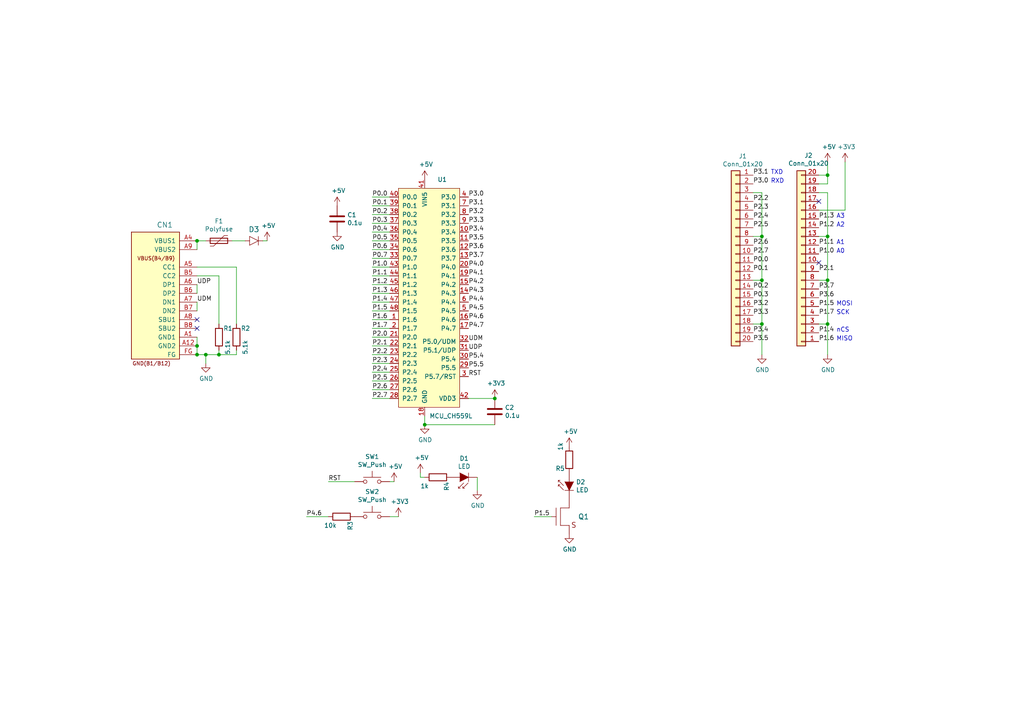
<source format=kicad_sch>
(kicad_sch (version 20211123) (generator eeschema)
  (paper "A4")
  (lib_symbols
    (symbol "Connector_Generic:Conn_01x20" (pin_names (offset 1.016) hide)
      (property "Reference" "J" (at 0 25.4 0))
      (property "Value" "Conn_01x20" (at 0 -27.94 0))
      (symbol "Conn_01x20_1_1"
        (rectangle (start -1.27 -25.273) (end 0 -25.527) (stroke (width 0.1524)))
        (rectangle (start -1.27 -22.733) (end 0 -22.987) (stroke (width 0.1524)))
        (rectangle (start -1.27 -20.193) (end 0 -20.447) (stroke (width 0.1524)))
        (rectangle (start -1.27 -17.653) (end 0 -17.907) (stroke (width 0.1524)))
        (rectangle (start -1.27 -15.113) (end 0 -15.367) (stroke (width 0.1524)))
        (rectangle (start -1.27 -12.573) (end 0 -12.827) (stroke (width 0.1524)))
        (rectangle (start -1.27 -10.033) (end 0 -10.287) (stroke (width 0.1524)))
        (rectangle (start -1.27 -7.493) (end 0 -7.747) (stroke (width 0.1524)))
        (rectangle (start -1.27 -4.953) (end 0 -5.207) (stroke (width 0.1524)))
        (rectangle (start -1.27 -2.413) (end 0 -2.667) (stroke (width 0.1524)))
        (rectangle (start -1.27 0.127) (end 0 -0.127) (stroke (width 0.1524)))
        (rectangle (start -1.27 2.667) (end 0 2.413) (stroke (width 0.1524)))
        (rectangle (start -1.27 5.207) (end 0 4.953) (stroke (width 0.1524)))
        (rectangle (start -1.27 7.747) (end 0 7.493) (stroke (width 0.1524)))
        (rectangle (start -1.27 10.287) (end 0 10.033) (stroke (width 0.1524)))
        (rectangle (start -1.27 12.827) (end 0 12.573) (stroke (width 0.1524)))
        (rectangle (start -1.27 15.367) (end 0 15.113) (stroke (width 0.1524)))
        (rectangle (start -1.27 17.907) (end 0 17.653) (stroke (width 0.1524)))
        (rectangle (start -1.27 20.447) (end 0 20.193) (stroke (width 0.1524)))
        (rectangle (start -1.27 22.987) (end 0 22.733) (stroke (width 0.1524)))
        (rectangle (start -1.27 24.13) (end 1.27 -26.67) (stroke (width 0.254)) (fill (type background)))
        (pin passive line (at -5.08 22.86 0) (length 3.81) (name "Pin_1") (number "1"))
        (pin passive line (at -5.08 0 0) (length 3.81) (name "Pin_10") (number "10"))
        (pin passive line (at -5.08 -2.54 0) (length 3.81) (name "Pin_11") (number "11"))
        (pin passive line (at -5.08 -5.08 0) (length 3.81) (name "Pin_12") (number "12"))
        (pin passive line (at -5.08 -7.62 0) (length 3.81) (name "Pin_13") (number "13"))
        (pin passive line (at -5.08 -10.16 0) (length 3.81) (name "Pin_14") (number "14"))
        (pin passive line (at -5.08 -12.7 0) (length 3.81) (name "Pin_15") (number "15"))
        (pin passive line (at -5.08 -15.24 0) (length 3.81) (name "Pin_16") (number "16"))
        (pin passive line (at -5.08 -17.78 0) (length 3.81) (name "Pin_17") (number "17"))
        (pin passive line (at -5.08 -20.32 0) (length 3.81) (name "Pin_18") (number "18"))
        (pin passive line (at -5.08 -22.86 0) (length 3.81) (name "Pin_19") (number "19"))
        (pin passive line (at -5.08 20.32 0) (length 3.81) (name "Pin_2") (number "2"))
        (pin passive line (at -5.08 -25.4 0) (length 3.81) (name "Pin_20") (number "20"))
        (pin passive line (at -5.08 17.78 0) (length 3.81) (name "Pin_3") (number "3"))
        (pin passive line (at -5.08 15.24 0) (length 3.81) (name "Pin_4") (number "4"))
        (pin passive line (at -5.08 12.7 0) (length 3.81) (name "Pin_5") (number "5"))
        (pin passive line (at -5.08 10.16 0) (length 3.81) (name "Pin_6") (number "6"))
        (pin passive line (at -5.08 7.62 0) (length 3.81) (name "Pin_7") (number "7"))
        (pin passive line (at -5.08 5.08 0) (length 3.81) (name "Pin_8") (number "8"))
        (pin passive line (at -5.08 2.54 0) (length 3.81) (name "Pin_9") (number "9"))
      )
    )
    (symbol "Device:C" (pin_numbers hide) (pin_names (offset 0.254))
      (property "Reference" "C" (at 0.635 2.54 0))
      (property "Value" "C" (at 0.635 -2.54 0))
      (symbol "C_0_1"
        (polyline (pts (xy -2.032 -0.762) (xy 2.032 -0.762)) (stroke (width 0.508)))
        (polyline (pts (xy -2.032 0.762) (xy 2.032 0.762)) (stroke (width 0.508)))
      )
      (symbol "C_1_1"
        (pin passive line (at 0 3.81 270) (length 2.794) (name "~") (number "1"))
        (pin passive line (at 0 -3.81 90) (length 2.794) (name "~") (number "2"))
      )
    )
    (symbol "Device:Polyfuse" (pin_numbers hide) (pin_names (offset 0))
      (property "Reference" "F" (at -2.54 0 90))
      (property "Value" "Polyfuse" (at 2.54 0 90))
      (symbol "Polyfuse_0_1"
        (rectangle (start -0.762 2.54) (end 0.762 -2.54) (stroke (width 0.254)))
        (polyline (pts (xy 0 2.54) (xy 0 -2.54)))
        (polyline (pts (xy -1.524 2.54) (xy -1.524 1.524) (xy 1.524 -1.524) (xy 1.524 -2.54)))
      )
      (symbol "Polyfuse_1_1"
        (pin passive line (at 0 3.81 270) (length 1.27) (name "~") (number "1"))
        (pin passive line (at 0 -3.81 90) (length 1.27) (name "~") (number "2"))
      )
    )
    (symbol "Device:R" (pin_numbers hide) (pin_names (offset 0))
      (property "Reference" "R" (at 2.032 0 90))
      (property "Value" "R" (at 0 0 90))
      (symbol "R_0_1"
        (rectangle (start -1.016 -2.54) (end 1.016 2.54) (stroke (width 0.254)))
      )
      (symbol "R_1_1"
        (pin passive line (at 0 3.81 270) (length 1.27) (name "~") (number "1"))
        (pin passive line (at 0 -3.81 90) (length 1.27) (name "~") (number "2"))
      )
    )
    (symbol "Switch:SW_Push" (pin_numbers hide) (pin_names (offset 1.016) hide)
      (property "Reference" "SW" (at 1.27 2.54 0))
      (property "Value" "SW_Push" (at 0 -1.524 0))
      (symbol "SW_Push_0_1"
        (circle (center -2.032 0) (radius 0.508))
        (polyline (pts (xy 0 1.27) (xy 0 3.048)))
        (polyline (pts (xy 2.54 1.27) (xy -2.54 1.27)))
        (circle (center 2.032 0) (radius 0.508))
        (pin passive line (at -5.08 0 0) (length 2.54) (name "1") (number "1"))
        (pin passive line (at 5.08 0 180) (length 2.54) (name "2") (number "2"))
      )
    )
    (symbol "akita:CON_USB-C-16" (pin_names (offset 1.016))
      (property "Reference" "CN" (at -7.62 20.32 0))
      (symbol "CON_USB-C-16_1_0"
        (text "GND(B1/B12)" (at -5.08 -17.78 0) (effects (font (size 1.0668 1.0668)) (justify left)))
        (text "VBUS(B4/B9)" (at -6.35 12.7 0) (effects (font (size 1.0668 1.0668)) (justify left)))
        (pin bidirectional line (at -12.7 -10.16 0) (length 5.08) (name "GND1") (number "A1"))
        (pin bidirectional line (at -12.7 -12.7 0) (length 5.08) (name "GND2") (number "A12"))
        (pin bidirectional line (at -12.7 17.78 0) (length 5.08) (name "VBUS1") (number "A4"))
        (pin bidirectional line (at -12.7 10.16 0) (length 5.08) (name "CC1") (number "A5"))
        (pin bidirectional line (at -12.7 5.08 0) (length 5.08) (name "DP1") (number "A6"))
        (pin bidirectional line (at -12.7 0 0) (length 5.08) (name "DN1") (number "A7"))
        (pin bidirectional line (at -12.7 -5.08 0) (length 5.08) (name "SBU1") (number "A8"))
        (pin bidirectional line (at -12.7 15.24 0) (length 5.08) (name "VBUS2") (number "A9"))
        (pin bidirectional line (at -12.7 7.62 0) (length 5.08) (name "CC2") (number "B5"))
        (pin bidirectional line (at -12.7 2.54 0) (length 5.08) (name "DP2") (number "B6"))
        (pin bidirectional line (at -12.7 -2.54 0) (length 5.08) (name "DN2") (number "B7"))
        (pin bidirectional line (at -12.7 -7.62 0) (length 5.08) (name "SBU2") (number "B8"))
      )
      (symbol "CON_USB-C-16_1_1"
        (rectangle (start -7.62 20.32) (end 6.35 -16.51) (stroke (width 0.2032)) (fill (type background)))
        (pin power_in line (at -12.7 -15.24 0) (length 5.08) (name "FG") (number "FG"))
      )
    )
    (symbol "akita:DIODE" (pin_names (offset 1.016))
      (property "Reference" "D" (at -2.54 2.54 0))
      (symbol "DIODE_1_0"
        (polyline (pts (xy -2.54 0) (xy -1.27 0)))
        (polyline (pts (xy -1.27 -1.27) (xy 1.27 0)))
        (polyline (pts (xy -1.27 0) (xy -1.27 -1.27)))
        (polyline (pts (xy -1.27 1.27) (xy -1.27 0)))
        (polyline (pts (xy 1.27 0) (xy -1.27 1.27)))
        (polyline (pts (xy 1.27 0) (xy 1.27 -1.27)))
        (polyline (pts (xy 1.27 1.27) (xy 1.27 0)))
        (polyline (pts (xy 2.54 0) (xy 1.27 0)))
        (pin passive line (at -2.54 0 0) (length 0) (name "A") (number "A"))
        (pin passive line (at 2.54 0 180) (length 0) (name "K") (number "K"))
      )
    )
    (symbol "akita:LED" (pin_numbers hide) (pin_names (offset 1.016) hide)
      (property "Reference" "D" (at 0.508 1.778 0))
      (property "Value" "LED" (at -1.016 -2.794 0))
      (symbol "LED_0_1"
        (polyline (pts (xy -2.54 1.27) (xy -2.54 -1.27)) (stroke (width 0.1524)))
        (polyline (pts (xy 0.381 3.175) (xy -0.127 3.175)))
        (polyline (pts (xy -1.143 1.651) (xy 0.381 3.175) (xy 0.381 2.667)))
        (polyline (pts (xy 0 1.27) (xy -2.54 0) (xy 0 -1.27)) (fill (type outline)))
        (polyline (pts (xy -2.413 1.651) (xy -0.889 3.175) (xy -0.889 2.667) (xy -0.889 3.175) (xy -1.397 3.175)))
      )
      (symbol "LED_1_1"
        (pin passive line (at -5.08 0 0) (length 2.54) (name "K") (number "1"))
        (pin passive line (at 2.54 0 180) (length 2.54) (name "A") (number "2"))
      )
    )
    (symbol "akita:MCU_CH559L" (pin_names (offset 1.016))
      (property "Reference" "U" (at 3.81 31.75 0))
      (property "Value" "MCU_CH559L" (at 7.62 -31.75 0))
      (symbol "MCU_CH559L_0_1"
        (rectangle (start -7.62 30.48) (end 10.16 -33.02) (fill (type background)))
      )
      (symbol "MCU_CH559L_1_1"
        (pin input line (at -10.16 -7.62 0) (length 2.54) (name "P1.6") (number "1"))
        (pin input line (at 12.7 17.78 180) (length 2.54) (name "P3.4") (number "10"))
        (pin input line (at 12.7 15.24 180) (length 2.54) (name "P3.5") (number "11"))
        (pin input line (at 12.7 12.7 180) (length 2.54) (name "P3.6") (number "12"))
        (pin input line (at 12.7 10.16 180) (length 2.54) (name "P3.7") (number "13"))
        (pin input line (at 12.7 0 180) (length 2.54) (name "P4.3") (number "14"))
        (pin input line (at 12.7 2.54 180) (length 2.54) (name "P4.2") (number "15"))
        (pin input line (at 12.7 -7.62 180) (length 2.54) (name "P4.6") (number "16"))
        (pin input line (at 12.7 -10.16 180) (length 2.54) (name "P4.7") (number "17"))
        (pin power_in line (at 0 -35.56 90) (length 2.54) (name "GND") (number "18"))
        (pin input line (at 12.7 5.08 180) (length 2.54) (name "P4.1") (number "19"))
        (pin input line (at -10.16 -10.16 0) (length 2.54) (name "P1.7") (number "2"))
        (pin input line (at 12.7 7.62 180) (length 2.54) (name "P4.0") (number "20"))
        (pin input line (at -10.16 -12.7 0) (length 2.54) (name "P2.0") (number "21"))
        (pin input line (at -10.16 -15.24 0) (length 2.54) (name "P2.1") (number "22"))
        (pin input line (at -10.16 -17.78 0) (length 2.54) (name "P2.2") (number "23"))
        (pin input line (at -10.16 -20.32 0) (length 2.54) (name "P2.3") (number "24"))
        (pin input line (at -10.16 -22.86 0) (length 2.54) (name "P2.4") (number "25"))
        (pin input line (at -10.16 -25.4 0) (length 2.54) (name "P2.5") (number "26"))
        (pin input line (at -10.16 -27.94 0) (length 2.54) (name "P2.6") (number "27"))
        (pin input line (at -10.16 -30.48 0) (length 2.54) (name "P2.7") (number "28"))
        (pin input line (at 12.7 -21.59 180) (length 2.54) (name "P5.5") (number "29"))
        (pin input line (at 12.7 -24.13 180) (length 2.54) (name "P5.7/RST") (number "3"))
        (pin input line (at 12.7 -19.05 180) (length 2.54) (name "P5.4") (number "30"))
        (pin input line (at 12.7 -16.51 180) (length 2.54) (name "P5.1/UDP") (number "31"))
        (pin input line (at 12.7 -13.97 180) (length 2.54) (name "P5.0/UDM") (number "32"))
        (pin input line (at -10.16 10.16 0) (length 2.54) (name "P0.7") (number "33"))
        (pin input line (at -10.16 12.7 0) (length 2.54) (name "P0.6") (number "34"))
        (pin input line (at -10.16 15.24 0) (length 2.54) (name "P0.5") (number "35"))
        (pin input line (at -10.16 17.78 0) (length 2.54) (name "P0.4") (number "36"))
        (pin input line (at -10.16 20.32 0) (length 2.54) (name "P0.3") (number "37"))
        (pin input line (at -10.16 22.86 0) (length 2.54) (name "P0.2") (number "38"))
        (pin input line (at -10.16 25.4 0) (length 2.54) (name "P0.1") (number "39"))
        (pin input line (at 12.7 27.94 180) (length 2.54) (name "P3.0") (number "4"))
        (pin input line (at -10.16 27.94 0) (length 2.54) (name "P0.0") (number "40"))
        (pin power_in line (at 0 33.02 270) (length 2.54) (name "VIN5") (number "41"))
        (pin power_out line (at 12.7 -30.48 180) (length 2.54) (name "VDD3") (number "42"))
        (pin input line (at -10.16 7.62 0) (length 2.54) (name "P1.0") (number "43"))
        (pin input line (at -10.16 5.08 0) (length 2.54) (name "P1.1") (number "44"))
        (pin input line (at -10.16 2.54 0) (length 2.54) (name "P1.2") (number "45"))
        (pin input line (at -10.16 0 0) (length 2.54) (name "P1.3") (number "46"))
        (pin input line (at -10.16 -2.54 0) (length 2.54) (name "P1.4") (number "47"))
        (pin input line (at -10.16 -5.08 0) (length 2.54) (name "P1.5") (number "48"))
        (pin input line (at 12.7 -5.08 180) (length 2.54) (name "P4.5") (number "5"))
        (pin input line (at 12.7 -2.54 180) (length 2.54) (name "P4.4") (number "6"))
        (pin input line (at 12.7 25.4 180) (length 2.54) (name "P3.1") (number "7"))
        (pin input line (at 12.7 22.86 180) (length 2.54) (name "P3.2") (number "8"))
        (pin input line (at 12.7 20.32 180) (length 2.54) (name "P3.3") (number "9"))
      )
    )
    (symbol "akita:TR_NMOS_IRLML6344" (pin_names (offset 1.016))
      (property "Reference" "Q" (at 3.048 0.508 0))
      (symbol "TR_NMOS_IRLML6344_1_0"
        (polyline (pts (xy -2.54 0) (xy -1.27 0)))
        (polyline (pts (xy -1.27 2.54) (xy -1.27 -2.54)))
        (polyline (pts (xy 0 -2.54) (xy 2.54 -2.54)))
        (polyline (pts (xy 0 2.54) (xy 0 -2.54)))
        (polyline (pts (xy 2.54 2.54) (xy 0 2.54)))
        (text "S" (at 3.048 -3.302 0) (effects (font (size 1.4986 1.4986)) (justify left bottom)))
        (pin bidirectional line (at -2.54 0 0) (length 0) (name "G") (number "1"))
        (pin bidirectional line (at 2.54 -5.08 90) (length 2.54) (name "S") (number "2"))
        (pin bidirectional line (at 2.54 5.08 270) (length 2.54) (name "D") (number "3"))
      )
    )
    (symbol "power:+3V3" (power) (pin_names (offset 0))
      (property "Value" "+3V3" (at 0 3.556 0))
      (symbol "+3V3_0_1"
        (polyline (pts (xy -0.762 1.27) (xy 0 2.54)))
        (polyline (pts (xy 0 0) (xy 0 2.54)))
        (polyline (pts (xy 0 2.54) (xy 0.762 1.27)))
      )
      (symbol "+3V3_1_1"
        (pin power_in line (at 0 0 90) (length 0) hide (name "+3V3") (number "1"))
      )
    )
    (symbol "power:+5V" (power) (pin_names (offset 0))
      (property "Value" "+5V" (at 0 3.556 0))
      (symbol "+5V_0_1"
        (polyline (pts (xy -0.762 1.27) (xy 0 2.54)))
        (polyline (pts (xy 0 0) (xy 0 2.54)))
        (polyline (pts (xy 0 2.54) (xy 0.762 1.27)))
      )
      (symbol "+5V_1_1"
        (pin power_in line (at 0 0 90) (length 0) hide (name "+5V") (number "1"))
      )
    )
    (symbol "power:GND" (power) (pin_names (offset 0))
      (property "Value" "GND" (at 0 -3.81 0))
      (symbol "GND_0_1"
        (polyline (pts (xy 0 0) (xy 0 -1.27) (xy 1.27 -1.27) (xy 0 -2.54) (xy -1.27 -1.27) (xy 0 -1.27)))
      )
      (symbol "GND_1_1"
        (pin power_in line (at 0 0 270) (length 0) hide (name "GND") (number "1"))
      )
    )
  )
  (junction (at 63.5 102.87))
  (junction (at 220.98 81.28))
  (junction (at 220.98 93.98))
  (junction (at 240.03 68.58))
  (junction (at 220.98 68.58))
  (junction (at 57.15 69.85))
  (junction (at 57.15 102.87))
  (junction (at 240.03 81.28))
  (junction (at 59.69 102.87))
  (junction (at 240.03 93.98))
  (junction (at 143.51 115.57))
  (junction (at 123.19 123.19))
  (junction (at 57.15 100.33))
  (junction (at 240.03 50.8))
  (no_connect (at 57.15 95.25))
  (no_connect (at 237.49 58.42))
  (no_connect (at 57.15 92.71))
  (no_connect (at 237.49 76.2))
  (wire (pts (xy 63.5 102.87) (xy 68.58 102.87)))
  (wire (pts (xy 76.2 69.85) (xy 77.47 69.85)))
  (wire (pts (xy 237.49 50.8) (xy 240.03 50.8)))
  (wire (pts (xy 240.03 53.34) (xy 240.03 50.8)))
  (wire (pts (xy 113.03 82.55) (xy 107.95 82.55)))
  (wire (pts (xy 135.89 115.57) (xy 143.51 115.57)))
  (wire (pts (xy 107.95 59.69) (xy 113.03 59.69)))
  (wire (pts (xy 107.95 85.09) (xy 113.03 85.09)))
  (wire (pts (xy 220.98 68.58) (xy 220.98 81.28)))
  (wire (pts (xy 240.03 55.88) (xy 240.03 68.58)))
  (wire (pts (xy 113.03 87.63) (xy 107.95 87.63)))
  (wire (pts (xy 237.49 55.88) (xy 240.03 55.88)))
  (wire (pts (xy 107.95 105.41) (xy 113.03 105.41)))
  (wire (pts (xy 59.69 105.41) (xy 59.69 102.87)))
  (wire (pts (xy 57.15 77.47) (xy 68.58 77.47)))
  (wire (pts (xy 107.95 64.77) (xy 113.03 64.77)))
  (wire (pts (xy 57.15 90.17) (xy 57.15 87.63)))
  (wire (pts (xy 240.03 50.8) (xy 240.03 46.99)))
  (wire (pts (xy 107.95 115.57) (xy 113.03 115.57)))
  (wire (pts (xy 63.5 102.87) (xy 63.5 101.6)))
  (wire (pts (xy 63.5 80.01) (xy 63.5 93.98)))
  (wire (pts (xy 218.44 93.98) (xy 220.98 93.98)))
  (wire (pts (xy 240.03 68.58) (xy 240.03 81.28)))
  (wire (pts (xy 218.44 68.58) (xy 220.98 68.58)))
  (wire (pts (xy 220.98 93.98) (xy 220.98 102.87)))
  (wire (pts (xy 102.87 139.7) (xy 95.25 139.7)))
  (wire (pts (xy 113.03 62.23) (xy 107.95 62.23)))
  (wire (pts (xy 59.69 69.85) (xy 57.15 69.85)))
  (wire (pts (xy 107.95 100.33) (xy 113.03 100.33)))
  (wire (pts (xy 113.03 72.39) (xy 107.95 72.39)))
  (wire (pts (xy 113.03 102.87) (xy 107.95 102.87)))
  (wire (pts (xy 68.58 77.47) (xy 68.58 93.98)))
  (wire (pts (xy 220.98 55.88) (xy 220.98 68.58)))
  (wire (pts (xy 113.03 139.7) (xy 114.3 139.7)))
  (wire (pts (xy 113.03 67.31) (xy 107.95 67.31)))
  (wire (pts (xy 113.03 107.95) (xy 107.95 107.95)))
  (wire (pts (xy 113.03 77.47) (xy 107.95 77.47)))
  (wire (pts (xy 57.15 80.01) (xy 63.5 80.01)))
  (wire (pts (xy 123.19 123.19) (xy 143.51 123.19)))
  (wire (pts (xy 113.03 149.86) (xy 115.57 149.86)))
  (wire (pts (xy 107.95 95.25) (xy 113.03 95.25)))
  (wire (pts (xy 218.44 81.28) (xy 220.98 81.28)))
  (wire (pts (xy 113.03 97.79) (xy 107.95 97.79)))
  (wire (pts (xy 57.15 72.39) (xy 57.15 69.85)))
  (wire (pts (xy 218.44 55.88) (xy 220.98 55.88)))
  (wire (pts (xy 220.98 81.28) (xy 220.98 93.98)))
  (wire (pts (xy 245.11 60.96) (xy 245.11 46.99)))
  (wire (pts (xy 113.03 92.71) (xy 107.95 92.71)))
  (wire (pts (xy 138.43 142.24) (xy 138.43 138.43)))
  (wire (pts (xy 237.49 60.96) (xy 245.11 60.96)))
  (wire (pts (xy 240.03 81.28) (xy 240.03 93.98)))
  (wire (pts (xy 237.49 53.34) (xy 240.03 53.34)))
  (wire (pts (xy 68.58 102.87) (xy 68.58 101.6)))
  (wire (pts (xy 107.95 110.49) (xy 113.03 110.49)))
  (wire (pts (xy 95.25 149.86) (xy 88.9 149.86)))
  (wire (pts (xy 107.95 74.93) (xy 113.03 74.93)))
  (wire (pts (xy 57.15 85.09) (xy 57.15 82.55)))
  (wire (pts (xy 237.49 68.58) (xy 240.03 68.58)))
  (wire (pts (xy 237.49 93.98) (xy 240.03 93.98)))
  (wire (pts (xy 107.95 90.17) (xy 113.03 90.17)))
  (wire (pts (xy 240.03 93.98) (xy 240.03 102.87)))
  (wire (pts (xy 57.15 100.33) (xy 57.15 102.87)))
  (wire (pts (xy 107.95 69.85) (xy 113.03 69.85)))
  (wire (pts (xy 113.03 113.03) (xy 107.95 113.03)))
  (wire (pts (xy 59.69 102.87) (xy 63.5 102.87)))
  (wire (pts (xy 67.31 69.85) (xy 71.12 69.85)))
  (wire (pts (xy 57.15 97.79) (xy 57.15 100.33)))
  (wire (pts (xy 237.49 81.28) (xy 240.03 81.28)))
  (wire (pts (xy 107.95 80.01) (xy 113.03 80.01)))
  (wire (pts (xy 160.02 149.86) (xy 154.94 149.86)))
  (wire (pts (xy 123.19 123.19) (xy 123.19 120.65)))
  (wire (pts (xy 123.19 138.43) (xy 121.92 138.43)))
  (wire (pts (xy 121.92 138.43) (xy 121.92 137.16)))
  (wire (pts (xy 113.03 57.15) (xy 107.95 57.15)))
  (wire (pts (xy 57.15 102.87) (xy 59.69 102.87)))
  (text "RXD\n" (at 223.52 53.34 0) (effects (font (size 1.27 1.27)) (justify left bottom)))
  (text "SCK" (at 242.57 91.44 0) (effects (font (size 1.27 1.27)) (justify left bottom)))
  (text "A3" (at 242.57 63.5 0) (effects (font (size 1.27 1.27)) (justify left bottom)))
  (text "A1" (at 242.57 71.12 0) (effects (font (size 1.27 1.27)) (justify left bottom)))
  (text "MOSI" (at 242.57 88.9 0) (effects (font (size 1.27 1.27)) (justify left bottom)))
  (text "nCS" (at 242.57 96.52 0) (effects (font (size 1.27 1.27)) (justify left bottom)))
  (text "A0" (at 242.57 73.66 0) (effects (font (size 1.27 1.27)) (justify left bottom)))
  (text "A2" (at 242.57 66.04 0) (effects (font (size 1.27 1.27)) (justify left bottom)))
  (text "MISO" (at 242.57 99.06 0) (effects (font (size 1.27 1.27)) (justify left bottom)))
  (text "TXD" (at 223.52 50.8 0) (effects (font (size 1.27 1.27)) (justify left bottom)))
  (label "P3.3" (at 218.44 91.44 0))
  (label "P0.4" (at 107.95 67.31 0))
  (label "RST" (at 95.25 139.7 0))
  (label "P1.2" (at 237.49 66.04 0))
  (label "P1.5" (at 107.95 90.17 0))
  (label "P2.3" (at 107.95 105.41 0))
  (label "P2.4" (at 218.44 63.5 0))
  (label "P1.0" (at 107.95 77.47 0))
  (label "P4.3" (at 135.89 85.09 0))
  (label "P1.1" (at 107.95 80.01 0))
  (label "P1.6" (at 237.49 99.06 0))
  (label "UDP" (at 57.15 82.55 0))
  (label "P3.0" (at 135.89 57.15 0))
  (label "P0.5" (at 107.95 69.85 0))
  (label "P1.2" (at 107.95 82.55 0))
  (label "P2.5" (at 107.95 110.49 0))
  (label "UDM" (at 135.89 99.06 0))
  (label "P0.3" (at 218.44 86.36 0))
  (label "P3.3" (at 135.89 64.77 0))
  (label "P4.6" (at 88.9 149.86 0))
  (label "P3.2" (at 135.89 62.23 0))
  (label "UDM" (at 57.15 87.63 0))
  (label "P1.4" (at 107.95 87.63 0))
  (label "P1.3" (at 237.49 63.5 0))
  (label "P3.2" (at 218.44 88.9 0))
  (label "P1.1" (at 237.49 71.12 0))
  (label "P4.7" (at 135.89 95.25 0))
  (label "P2.7" (at 218.44 73.66 0))
  (label "P2.0" (at 107.95 97.79 0))
  (label "P3.1" (at 135.89 59.69 0))
  (label "P3.7" (at 135.89 74.93 0))
  (label "P0.0" (at 218.44 76.2 0))
  (label "P0.1" (at 107.95 59.69 0))
  (label "P1.7" (at 107.95 95.25 0))
  (label "P4.5" (at 135.89 90.17 0))
  (label "P3.0" (at 218.44 53.34 0))
  (label "P3.7" (at 237.49 83.82 0))
  (label "P1.0" (at 237.49 73.66 0))
  (label "P0.2" (at 218.44 83.82 0))
  (label "P3.5" (at 218.44 99.06 0))
  (label "P4.0" (at 135.89 77.47 0))
  (label "P4.2" (at 135.89 82.55 0))
  (label "P3.5" (at 135.89 69.85 0))
  (label "P1.3" (at 107.95 85.09 0))
  (label "P1.5" (at 237.49 88.9 0))
  (label "P2.4" (at 107.95 107.95 0))
  (label "P3.6" (at 237.49 86.36 0))
  (label "P0.2" (at 107.95 62.23 0))
  (label "P2.3" (at 218.44 60.96 0))
  (label "P3.6" (at 135.89 72.39 0))
  (label "P1.6" (at 107.95 92.71 0))
  (label "P5.4" (at 135.89 104.14 0))
  (label "P2.2" (at 107.95 102.87 0))
  (label "P0.0" (at 107.95 57.15 0))
  (label "P1.7" (at 237.49 91.44 0))
  (label "P4.1" (at 135.89 80.01 0))
  (label "P0.6" (at 107.95 72.39 0))
  (label "P2.5" (at 218.44 66.04 0))
  (label "P2.2" (at 218.44 58.42 0))
  (label "P0.1" (at 218.44 78.74 0))
  (label "UDP" (at 135.89 101.6 0))
  (label "P1.4" (at 237.49 96.52 0))
  (label "P4.6" (at 135.89 92.71 0))
  (label "P4.4" (at 135.89 87.63 0))
  (label "P2.1" (at 107.95 100.33 0))
  (label "P3.4" (at 218.44 96.52 0))
  (label "RST" (at 135.89 109.22 0))
  (label "P2.6" (at 107.95 113.03 0))
  (label "P3.1" (at 218.44 50.8 0))
  (label "P5.5" (at 135.89 106.68 0))
  (label "P0.3" (at 107.95 64.77 0))
  (label "P2.6" (at 218.44 71.12 0))
  (label "P2.7" (at 107.95 115.57 0))
  (label "P2.1" (at 237.49 78.74 0))
  (label "P0.7" (at 107.95 74.93 0))
  (label "P3.4" (at 135.89 67.31 0))
  (label "P1.5" (at 154.94 149.86 0))
  (symbol (lib_id "akita:MCU_CH559L") (at 123.19 85.09 0) (unit 1)
    (property "Reference" "U1" (at 128.27 52.07 0))
    (property "Value" "MCU_CH559L" (at 130.81 120.65 0))
    (property "Footprint" "Package_QFP:LQFP-48_7x7mm_P0.5mm" (effects hide))
  )
  (symbol (lib_id "akita:CON_USB-C-16") (at 44.45 87.63 0) (mirror y) (unit 1)
    (property "Reference" "CN1" (at 47.8028 65.2272 0) (effects (font (size 1.4986 1.4986))))
    (property "Value" "CON_USB-C-16" (effects hide))
    (property "Footprint" "akita:USB-C_16P_TH" (effects hide))
  )
  (symbol (lib_id "Device:R") (at 63.5 97.79 0) (unit 1)
    (property "Reference" "R1" (at 64.77 95.25 0) (effects (justify left)))
    (property "Value" "5.1k" (at 66.04 102.87 90) (effects (justify left)))
    (property "Footprint" "Resistor_SMD:R_0603_1608Metric" (effects hide))
  )
  (symbol (lib_id "Device:C") (at 143.51 119.38 0) (unit 1)
    (property "Reference" "C2" (at 146.431 118.2116 0) (effects (justify left)))
    (property "Value" "0.1u" (at 146.431 120.523 0) (effects (justify left)))
    (property "Footprint" "Capacitor_SMD:C_0603_1608Metric" (effects hide))
  )
  (symbol (lib_id "power:+5V") (at 123.19 52.07 0) (unit 1)
    (property "Reference" "#PWR08" (effects hide))
    (property "Value" "+5V" (at 123.571 47.6758 0))
  )
  (symbol (lib_id "power:GND") (at 123.19 123.19 0) (unit 1)
    (property "Reference" "#PWR09" (effects hide))
    (property "Value" "GND" (at 123.317 127.5842 0))
  )
  (symbol (lib_id "power:+3V3") (at 143.51 115.57 0) (unit 1)
    (property "Reference" "#PWR010" (effects hide))
    (property "Value" "+3V3" (at 143.891 111.1758 0))
  )
  (symbol (lib_id "Connector_Generic:Conn_01x20") (at 213.36 73.66 0) (mirror y) (unit 1)
    (property "Reference" "J1" (at 215.4428 45.2882 0))
    (property "Value" "Conn_01x20" (at 215.4428 47.5996 0))
    (property "Footprint" "akita:Socker2.54mm_20p_OvalPad" (effects hide))
  )
  (symbol (lib_id "Connector_Generic:Conn_01x20") (at 232.41 76.2 180) (unit 1)
    (property "Reference" "J2" (at 234.4928 45.085 0))
    (property "Value" "Conn_01x20" (at 234.4928 47.3964 0))
    (property "Footprint" "akita:Socker2.54mm_20p_OvalPad" (effects hide))
  )
  (symbol (lib_id "power:GND") (at 220.98 102.87 0) (unit 1)
    (property "Reference" "#PWR013" (effects hide))
    (property "Value" "GND" (at 221.107 107.2642 0))
  )
  (symbol (lib_id "power:GND") (at 240.03 102.87 0) (unit 1)
    (property "Reference" "#PWR015" (effects hide))
    (property "Value" "GND" (at 240.157 107.2642 0))
  )
  (symbol (lib_id "power:+5V") (at 240.03 46.99 0) (unit 1)
    (property "Reference" "#PWR014" (effects hide))
    (property "Value" "+5V" (at 240.411 42.5958 0))
  )
  (symbol (lib_id "power:+3V3") (at 245.11 46.99 0) (unit 1)
    (property "Reference" "#PWR016" (effects hide))
    (property "Value" "+3V3" (at 245.491 42.5958 0))
  )
  (symbol (lib_id "power:+5V") (at 77.47 69.85 0) (unit 1)
    (property "Reference" "#PWR02" (effects hide))
    (property "Value" "+5V" (at 77.851 65.4558 0))
  )
  (symbol (lib_id "power:GND") (at 59.69 105.41 0) (unit 1)
    (property "Reference" "#PWR01" (effects hide))
    (property "Value" "GND" (at 59.817 109.8042 0))
  )
  (symbol (lib_id "Device:R") (at 68.58 97.79 0) (unit 1)
    (property "Reference" "R2" (at 69.85 95.25 0) (effects (justify left)))
    (property "Value" "5.1k" (at 71.12 102.87 90) (effects (justify left)))
    (property "Footprint" "Resistor_SMD:R_0603_1608Metric" (effects hide))
  )
  (symbol (lib_id "Device:Polyfuse") (at 63.5 69.85 270) (unit 1)
    (property "Reference" "F1" (at 63.5 64.135 90))
    (property "Value" "Polyfuse" (at 63.5 66.4464 90))
    (property "Footprint" "Resistor_SMD:R_1210_3225Metric" (effects hide))
  )
  (symbol (lib_id "Device:C") (at 97.79 63.5 0) (unit 1)
    (property "Reference" "C1" (at 100.711 62.3316 0) (effects (justify left)))
    (property "Value" "0.1u" (at 100.711 64.643 0) (effects (justify left)))
    (property "Footprint" "Capacitor_SMD:C_0603_1608Metric" (effects hide))
  )
  (symbol (lib_id "power:GND") (at 97.79 67.31 0) (unit 1)
    (property "Reference" "#PWR04" (effects hide))
    (property "Value" "GND" (at 97.917 71.7042 0))
  )
  (symbol (lib_id "power:+5V") (at 97.79 59.69 0) (unit 1)
    (property "Reference" "#PWR03" (effects hide))
    (property "Value" "+5V" (at 98.171 55.2958 0))
  )
  (symbol (lib_id "Switch:SW_Push") (at 107.95 139.7 0) (unit 1)
    (property "Reference" "SW1" (at 107.95 132.461 0))
    (property "Value" "SW_Push" (at 107.95 134.7724 0))
    (property "Footprint" "Button_Switch_SMD:SW_SPST_PTS810" (effects hide))
  )
  (symbol (lib_id "power:+5V") (at 114.3 139.7 0) (unit 1)
    (property "Reference" "#PWR05" (effects hide))
    (property "Value" "+5V" (at 114.681 135.3058 0))
  )
  (symbol (lib_id "akita:LED") (at 133.35 138.43 180) (unit 1)
    (property "Reference" "D1" (at 134.62 132.969 0))
    (property "Value" "LED" (at 134.62 135.2804 0))
    (property "Footprint" "LED_SMD:LED_0603_1608Metric" (effects hide))
    (property "Datasheet" "http://www.osram-os.com/Graphics/XPic6/00029609_0.pdf/SFh%20460.pdf" (effects hide))
  )
  (symbol (lib_id "akita:LED") (at 165.1 139.7 90) (unit 1)
    (property "Reference" "D2" (at 167.0558 139.8016 90) (effects (justify right)))
    (property "Value" "LED" (at 167.0558 142.113 90) (effects (justify right)))
    (property "Footprint" "LED_SMD:LED_0603_1608Metric" (effects hide))
    (property "Datasheet" "http://www.osram-os.com/Graphics/XPic6/00029609_0.pdf/SFh%20460.pdf" (effects hide))
  )
  (symbol (lib_id "Device:R") (at 127 138.43 270) (unit 1)
    (property "Reference" "R4" (at 129.54 139.7 0) (effects (justify left)))
    (property "Value" "1k" (at 121.92 140.97 90) (effects (justify left)))
    (property "Footprint" "Resistor_SMD:R_0603_1608Metric" (effects hide))
  )
  (symbol (lib_id "Device:R") (at 165.1 133.35 180) (unit 1)
    (property "Reference" "R5" (at 163.83 135.89 0) (effects (justify left)))
    (property "Value" "1k" (at 162.56 128.27 90) (effects (justify left)))
    (property "Footprint" "Resistor_SMD:R_0603_1608Metric" (effects hide))
  )
  (symbol (lib_id "akita:TR_NMOS_IRLML6344") (at 162.56 149.86 0) (unit 1)
    (property "Reference" "Q1" (at 167.64 149.86 0) (effects (font (size 1.4986 1.4986)) (justify left)))
    (property "Value" "TR_NMOS_IRLML6344" (effects hide))
    (property "Footprint" "Package_TO_SOT_SMD:SOT-23" (effects hide))
  )
  (symbol (lib_id "power:GND") (at 165.1 154.94 0) (unit 1)
    (property "Reference" "#PWR012" (effects hide))
    (property "Value" "GND" (at 165.227 159.3342 0))
  )
  (symbol (lib_id "power:+5V") (at 121.92 137.16 0) (unit 1)
    (property "Reference" "#PWR07" (effects hide))
    (property "Value" "+5V" (at 122.301 132.7658 0))
  )
  (symbol (lib_id "power:+5V") (at 165.1 129.54 0) (unit 1)
    (property "Reference" "#PWR011" (effects hide))
    (property "Value" "+5V" (at 165.481 125.1458 0))
  )
  (symbol (lib_id "Switch:SW_Push") (at 107.95 149.86 0) (unit 1)
    (property "Reference" "SW2" (at 107.95 142.621 0))
    (property "Value" "SW_Push" (at 107.95 144.9324 0))
    (property "Footprint" "Button_Switch_SMD:SW_SPST_PTS810" (effects hide))
  )
  (symbol (lib_id "power:+3V3") (at 115.57 149.86 0) (unit 1)
    (property "Reference" "#PWR06" (effects hide))
    (property "Value" "+3V3" (at 115.951 145.4658 0))
  )
  (symbol (lib_id "Device:R") (at 99.06 149.86 270) (unit 1)
    (property "Reference" "R3" (at 101.6 151.13 0) (effects (justify left)))
    (property "Value" "10k" (at 93.98 152.4 90) (effects (justify left)))
    (property "Footprint" "Resistor_SMD:R_0603_1608Metric" (effects hide))
  )
  (symbol (lib_id "akita:DIODE") (at 73.66 69.85 0) (unit 1)
    (property "Reference" "D3" (at 73.66 66.548 0) (effects (font (size 1.4986 1.4986))))
    (property "Value" "DIODE" (effects hide))
    (property "Footprint" "akita:D_SOD123FL" (effects hide))
  )
  (symbol (lib_id "power:GND") (at 138.43 142.24 0) (unit 1)
    (property "Reference" "#PWR0101" (effects hide))
    (property "Value" "GND" (at 138.557 146.6342 0))
  )
)
</source>
